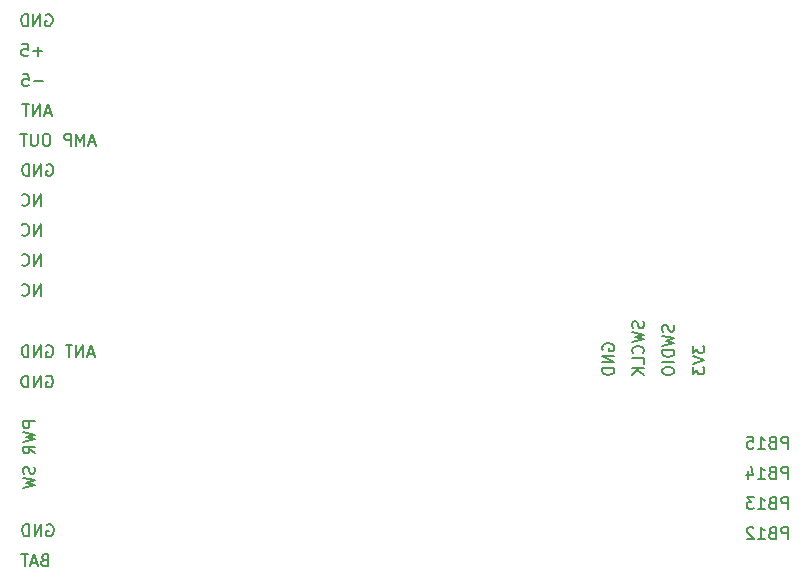
<source format=gbr>
G04 #@! TF.GenerationSoftware,KiCad,Pcbnew,(5.1.4)-1*
G04 #@! TF.CreationDate,2019-12-30T13:26:32-06:00*
G04 #@! TF.ProjectId,digital_pcb,64696769-7461-46c5-9f70-63622e6b6963,rev?*
G04 #@! TF.SameCoordinates,Original*
G04 #@! TF.FileFunction,Legend,Bot*
G04 #@! TF.FilePolarity,Positive*
%FSLAX46Y46*%
G04 Gerber Fmt 4.6, Leading zero omitted, Abs format (unit mm)*
G04 Created by KiCad (PCBNEW (5.1.4)-1) date 2019-12-30 13:26:32*
%MOMM*%
%LPD*%
G04 APERTURE LIST*
%ADD10C,0.150000*%
G04 APERTURE END LIST*
D10*
X185597585Y-92628980D02*
X185597585Y-91628980D01*
X185216633Y-91628980D01*
X185121395Y-91676600D01*
X185073776Y-91724219D01*
X185026157Y-91819457D01*
X185026157Y-91962314D01*
X185073776Y-92057552D01*
X185121395Y-92105171D01*
X185216633Y-92152790D01*
X185597585Y-92152790D01*
X184264252Y-92105171D02*
X184121395Y-92152790D01*
X184073776Y-92200409D01*
X184026157Y-92295647D01*
X184026157Y-92438504D01*
X184073776Y-92533742D01*
X184121395Y-92581361D01*
X184216633Y-92628980D01*
X184597585Y-92628980D01*
X184597585Y-91628980D01*
X184264252Y-91628980D01*
X184169014Y-91676600D01*
X184121395Y-91724219D01*
X184073776Y-91819457D01*
X184073776Y-91914695D01*
X184121395Y-92009933D01*
X184169014Y-92057552D01*
X184264252Y-92105171D01*
X184597585Y-92105171D01*
X183073776Y-92628980D02*
X183645204Y-92628980D01*
X183359490Y-92628980D02*
X183359490Y-91628980D01*
X183454728Y-91771838D01*
X183549966Y-91867076D01*
X183645204Y-91914695D01*
X182169014Y-91628980D02*
X182645204Y-91628980D01*
X182692823Y-92105171D01*
X182645204Y-92057552D01*
X182549966Y-92009933D01*
X182311871Y-92009933D01*
X182216633Y-92057552D01*
X182169014Y-92105171D01*
X182121395Y-92200409D01*
X182121395Y-92438504D01*
X182169014Y-92533742D01*
X182216633Y-92581361D01*
X182311871Y-92628980D01*
X182549966Y-92628980D01*
X182645204Y-92581361D01*
X182692823Y-92533742D01*
X185597585Y-95181680D02*
X185597585Y-94181680D01*
X185216633Y-94181680D01*
X185121395Y-94229300D01*
X185073776Y-94276919D01*
X185026157Y-94372157D01*
X185026157Y-94515014D01*
X185073776Y-94610252D01*
X185121395Y-94657871D01*
X185216633Y-94705490D01*
X185597585Y-94705490D01*
X184264252Y-94657871D02*
X184121395Y-94705490D01*
X184073776Y-94753109D01*
X184026157Y-94848347D01*
X184026157Y-94991204D01*
X184073776Y-95086442D01*
X184121395Y-95134061D01*
X184216633Y-95181680D01*
X184597585Y-95181680D01*
X184597585Y-94181680D01*
X184264252Y-94181680D01*
X184169014Y-94229300D01*
X184121395Y-94276919D01*
X184073776Y-94372157D01*
X184073776Y-94467395D01*
X184121395Y-94562633D01*
X184169014Y-94610252D01*
X184264252Y-94657871D01*
X184597585Y-94657871D01*
X183073776Y-95181680D02*
X183645204Y-95181680D01*
X183359490Y-95181680D02*
X183359490Y-94181680D01*
X183454728Y-94324538D01*
X183549966Y-94419776D01*
X183645204Y-94467395D01*
X182216633Y-94515014D02*
X182216633Y-95181680D01*
X182454728Y-94134061D02*
X182692823Y-94848347D01*
X182073776Y-94848347D01*
X185597585Y-97747080D02*
X185597585Y-96747080D01*
X185216633Y-96747080D01*
X185121395Y-96794700D01*
X185073776Y-96842319D01*
X185026157Y-96937557D01*
X185026157Y-97080414D01*
X185073776Y-97175652D01*
X185121395Y-97223271D01*
X185216633Y-97270890D01*
X185597585Y-97270890D01*
X184264252Y-97223271D02*
X184121395Y-97270890D01*
X184073776Y-97318509D01*
X184026157Y-97413747D01*
X184026157Y-97556604D01*
X184073776Y-97651842D01*
X184121395Y-97699461D01*
X184216633Y-97747080D01*
X184597585Y-97747080D01*
X184597585Y-96747080D01*
X184264252Y-96747080D01*
X184169014Y-96794700D01*
X184121395Y-96842319D01*
X184073776Y-96937557D01*
X184073776Y-97032795D01*
X184121395Y-97128033D01*
X184169014Y-97175652D01*
X184264252Y-97223271D01*
X184597585Y-97223271D01*
X183073776Y-97747080D02*
X183645204Y-97747080D01*
X183359490Y-97747080D02*
X183359490Y-96747080D01*
X183454728Y-96889938D01*
X183549966Y-96985176D01*
X183645204Y-97032795D01*
X182740442Y-96747080D02*
X182121395Y-96747080D01*
X182454728Y-97128033D01*
X182311871Y-97128033D01*
X182216633Y-97175652D01*
X182169014Y-97223271D01*
X182121395Y-97318509D01*
X182121395Y-97556604D01*
X182169014Y-97651842D01*
X182216633Y-97699461D01*
X182311871Y-97747080D01*
X182597585Y-97747080D01*
X182692823Y-97699461D01*
X182740442Y-97651842D01*
X185597585Y-100274380D02*
X185597585Y-99274380D01*
X185216633Y-99274380D01*
X185121395Y-99322000D01*
X185073776Y-99369619D01*
X185026157Y-99464857D01*
X185026157Y-99607714D01*
X185073776Y-99702952D01*
X185121395Y-99750571D01*
X185216633Y-99798190D01*
X185597585Y-99798190D01*
X184264252Y-99750571D02*
X184121395Y-99798190D01*
X184073776Y-99845809D01*
X184026157Y-99941047D01*
X184026157Y-100083904D01*
X184073776Y-100179142D01*
X184121395Y-100226761D01*
X184216633Y-100274380D01*
X184597585Y-100274380D01*
X184597585Y-99274380D01*
X184264252Y-99274380D01*
X184169014Y-99322000D01*
X184121395Y-99369619D01*
X184073776Y-99464857D01*
X184073776Y-99560095D01*
X184121395Y-99655333D01*
X184169014Y-99702952D01*
X184264252Y-99750571D01*
X184597585Y-99750571D01*
X183073776Y-100274380D02*
X183645204Y-100274380D01*
X183359490Y-100274380D02*
X183359490Y-99274380D01*
X183454728Y-99417238D01*
X183549966Y-99512476D01*
X183645204Y-99560095D01*
X182692823Y-99369619D02*
X182645204Y-99322000D01*
X182549966Y-99274380D01*
X182311871Y-99274380D01*
X182216633Y-99322000D01*
X182169014Y-99369619D01*
X182121395Y-99464857D01*
X182121395Y-99560095D01*
X182169014Y-99702952D01*
X182740442Y-100274380D01*
X182121395Y-100274380D01*
X177544480Y-83915404D02*
X177544480Y-84534452D01*
X177925433Y-84201119D01*
X177925433Y-84343976D01*
X177973052Y-84439214D01*
X178020671Y-84486833D01*
X178115909Y-84534452D01*
X178354004Y-84534452D01*
X178449242Y-84486833D01*
X178496861Y-84439214D01*
X178544480Y-84343976D01*
X178544480Y-84058261D01*
X178496861Y-83963023D01*
X178449242Y-83915404D01*
X177544480Y-84820166D02*
X178544480Y-85153500D01*
X177544480Y-85486833D01*
X177544480Y-85724928D02*
X177544480Y-86343976D01*
X177925433Y-86010642D01*
X177925433Y-86153500D01*
X177973052Y-86248738D01*
X178020671Y-86296357D01*
X178115909Y-86343976D01*
X178354004Y-86343976D01*
X178449242Y-86296357D01*
X178496861Y-86248738D01*
X178544480Y-86153500D01*
X178544480Y-85867785D01*
X178496861Y-85772547D01*
X178449242Y-85724928D01*
X175931461Y-82158152D02*
X175979080Y-82301009D01*
X175979080Y-82539104D01*
X175931461Y-82634342D01*
X175883842Y-82681961D01*
X175788604Y-82729580D01*
X175693366Y-82729580D01*
X175598128Y-82681961D01*
X175550509Y-82634342D01*
X175502890Y-82539104D01*
X175455271Y-82348628D01*
X175407652Y-82253390D01*
X175360033Y-82205771D01*
X175264795Y-82158152D01*
X175169557Y-82158152D01*
X175074319Y-82205771D01*
X175026700Y-82253390D01*
X174979080Y-82348628D01*
X174979080Y-82586723D01*
X175026700Y-82729580D01*
X174979080Y-83062914D02*
X175979080Y-83301009D01*
X175264795Y-83491485D01*
X175979080Y-83681961D01*
X174979080Y-83920057D01*
X175979080Y-84301009D02*
X174979080Y-84301009D01*
X174979080Y-84539104D01*
X175026700Y-84681961D01*
X175121938Y-84777200D01*
X175217176Y-84824819D01*
X175407652Y-84872438D01*
X175550509Y-84872438D01*
X175740985Y-84824819D01*
X175836223Y-84777200D01*
X175931461Y-84681961D01*
X175979080Y-84539104D01*
X175979080Y-84301009D01*
X175979080Y-85301009D02*
X174979080Y-85301009D01*
X174979080Y-85967676D02*
X174979080Y-86158152D01*
X175026700Y-86253390D01*
X175121938Y-86348628D01*
X175312414Y-86396247D01*
X175645747Y-86396247D01*
X175836223Y-86348628D01*
X175931461Y-86253390D01*
X175979080Y-86158152D01*
X175979080Y-85967676D01*
X175931461Y-85872438D01*
X175836223Y-85777200D01*
X175645747Y-85729580D01*
X175312414Y-85729580D01*
X175121938Y-85777200D01*
X175026700Y-85872438D01*
X174979080Y-85967676D01*
X173378761Y-81862895D02*
X173426380Y-82005752D01*
X173426380Y-82243847D01*
X173378761Y-82339085D01*
X173331142Y-82386704D01*
X173235904Y-82434323D01*
X173140666Y-82434323D01*
X173045428Y-82386704D01*
X172997809Y-82339085D01*
X172950190Y-82243847D01*
X172902571Y-82053371D01*
X172854952Y-81958133D01*
X172807333Y-81910514D01*
X172712095Y-81862895D01*
X172616857Y-81862895D01*
X172521619Y-81910514D01*
X172474000Y-81958133D01*
X172426380Y-82053371D01*
X172426380Y-82291466D01*
X172474000Y-82434323D01*
X172426380Y-82767657D02*
X173426380Y-83005752D01*
X172712095Y-83196228D01*
X173426380Y-83386704D01*
X172426380Y-83624800D01*
X173331142Y-84577180D02*
X173378761Y-84529561D01*
X173426380Y-84386704D01*
X173426380Y-84291466D01*
X173378761Y-84148609D01*
X173283523Y-84053371D01*
X173188285Y-84005752D01*
X172997809Y-83958133D01*
X172854952Y-83958133D01*
X172664476Y-84005752D01*
X172569238Y-84053371D01*
X172474000Y-84148609D01*
X172426380Y-84291466D01*
X172426380Y-84386704D01*
X172474000Y-84529561D01*
X172521619Y-84577180D01*
X173426380Y-85481942D02*
X173426380Y-85005752D01*
X172426380Y-85005752D01*
X173426380Y-85815276D02*
X172426380Y-85815276D01*
X173426380Y-86386704D02*
X172854952Y-85958133D01*
X172426380Y-86386704D02*
X172997809Y-85815276D01*
X169946700Y-84289995D02*
X169899080Y-84194757D01*
X169899080Y-84051900D01*
X169946700Y-83909042D01*
X170041938Y-83813804D01*
X170137176Y-83766185D01*
X170327652Y-83718566D01*
X170470509Y-83718566D01*
X170660985Y-83766185D01*
X170756223Y-83813804D01*
X170851461Y-83909042D01*
X170899080Y-84051900D01*
X170899080Y-84147138D01*
X170851461Y-84289995D01*
X170803842Y-84337614D01*
X170470509Y-84337614D01*
X170470509Y-84147138D01*
X170899080Y-84766185D02*
X169899080Y-84766185D01*
X170899080Y-85337614D01*
X169899080Y-85337614D01*
X170899080Y-85813804D02*
X169899080Y-85813804D01*
X169899080Y-86051900D01*
X169946700Y-86194757D01*
X170041938Y-86289995D01*
X170137176Y-86337614D01*
X170327652Y-86385233D01*
X170470509Y-86385233D01*
X170660985Y-86337614D01*
X170756223Y-86289995D01*
X170851461Y-86194757D01*
X170899080Y-86051900D01*
X170899080Y-85813804D01*
X121851680Y-90329095D02*
X120851680Y-90329095D01*
X120851680Y-90710047D01*
X120899300Y-90805285D01*
X120946919Y-90852904D01*
X121042157Y-90900523D01*
X121185014Y-90900523D01*
X121280252Y-90852904D01*
X121327871Y-90805285D01*
X121375490Y-90710047D01*
X121375490Y-90329095D01*
X120851680Y-91233857D02*
X121851680Y-91471952D01*
X121137395Y-91662428D01*
X121851680Y-91852904D01*
X120851680Y-92091000D01*
X121851680Y-93043380D02*
X121375490Y-92710047D01*
X121851680Y-92471952D02*
X120851680Y-92471952D01*
X120851680Y-92852904D01*
X120899300Y-92948142D01*
X120946919Y-92995761D01*
X121042157Y-93043380D01*
X121185014Y-93043380D01*
X121280252Y-92995761D01*
X121327871Y-92948142D01*
X121375490Y-92852904D01*
X121375490Y-92471952D01*
X121804061Y-94186238D02*
X121851680Y-94329095D01*
X121851680Y-94567190D01*
X121804061Y-94662428D01*
X121756442Y-94710047D01*
X121661204Y-94757666D01*
X121565966Y-94757666D01*
X121470728Y-94710047D01*
X121423109Y-94662428D01*
X121375490Y-94567190D01*
X121327871Y-94376714D01*
X121280252Y-94281476D01*
X121232633Y-94233857D01*
X121137395Y-94186238D01*
X121042157Y-94186238D01*
X120946919Y-94233857D01*
X120899300Y-94281476D01*
X120851680Y-94376714D01*
X120851680Y-94614809D01*
X120899300Y-94757666D01*
X120851680Y-95091000D02*
X121851680Y-95329095D01*
X121137395Y-95519571D01*
X121851680Y-95710047D01*
X120851680Y-95948142D01*
X122658095Y-102074671D02*
X122515238Y-102122290D01*
X122467619Y-102169909D01*
X122420000Y-102265147D01*
X122420000Y-102408004D01*
X122467619Y-102503242D01*
X122515238Y-102550861D01*
X122610476Y-102598480D01*
X122991428Y-102598480D01*
X122991428Y-101598480D01*
X122658095Y-101598480D01*
X122562857Y-101646100D01*
X122515238Y-101693719D01*
X122467619Y-101788957D01*
X122467619Y-101884195D01*
X122515238Y-101979433D01*
X122562857Y-102027052D01*
X122658095Y-102074671D01*
X122991428Y-102074671D01*
X122039047Y-102312766D02*
X121562857Y-102312766D01*
X122134285Y-102598480D02*
X121800952Y-101598480D01*
X121467619Y-102598480D01*
X121277142Y-101598480D02*
X120705714Y-101598480D01*
X120991428Y-102598480D02*
X120991428Y-101598480D01*
X122885104Y-99093400D02*
X122980342Y-99045780D01*
X123123200Y-99045780D01*
X123266057Y-99093400D01*
X123361295Y-99188638D01*
X123408914Y-99283876D01*
X123456533Y-99474352D01*
X123456533Y-99617209D01*
X123408914Y-99807685D01*
X123361295Y-99902923D01*
X123266057Y-99998161D01*
X123123200Y-100045780D01*
X123027961Y-100045780D01*
X122885104Y-99998161D01*
X122837485Y-99950542D01*
X122837485Y-99617209D01*
X123027961Y-99617209D01*
X122408914Y-100045780D02*
X122408914Y-99045780D01*
X121837485Y-100045780D01*
X121837485Y-99045780D01*
X121361295Y-100045780D02*
X121361295Y-99045780D01*
X121123200Y-99045780D01*
X120980342Y-99093400D01*
X120885104Y-99188638D01*
X120837485Y-99283876D01*
X120789866Y-99474352D01*
X120789866Y-99617209D01*
X120837485Y-99807685D01*
X120885104Y-99902923D01*
X120980342Y-99998161D01*
X121123200Y-100045780D01*
X121361295Y-100045780D01*
X126834519Y-84608966D02*
X126358328Y-84608966D01*
X126929757Y-84894680D02*
X126596423Y-83894680D01*
X126263090Y-84894680D01*
X125929757Y-84894680D02*
X125929757Y-83894680D01*
X125358328Y-84894680D01*
X125358328Y-83894680D01*
X125024995Y-83894680D02*
X124453566Y-83894680D01*
X124739280Y-84894680D02*
X124739280Y-83894680D01*
X122834519Y-83942300D02*
X122929757Y-83894680D01*
X123072614Y-83894680D01*
X123215471Y-83942300D01*
X123310709Y-84037538D01*
X123358328Y-84132776D01*
X123405947Y-84323252D01*
X123405947Y-84466109D01*
X123358328Y-84656585D01*
X123310709Y-84751823D01*
X123215471Y-84847061D01*
X123072614Y-84894680D01*
X122977376Y-84894680D01*
X122834519Y-84847061D01*
X122786900Y-84799442D01*
X122786900Y-84466109D01*
X122977376Y-84466109D01*
X122358328Y-84894680D02*
X122358328Y-83894680D01*
X121786900Y-84894680D01*
X121786900Y-83894680D01*
X121310709Y-84894680D02*
X121310709Y-83894680D01*
X121072614Y-83894680D01*
X120929757Y-83942300D01*
X120834519Y-84037538D01*
X120786900Y-84132776D01*
X120739280Y-84323252D01*
X120739280Y-84466109D01*
X120786900Y-84656585D01*
X120834519Y-84751823D01*
X120929757Y-84847061D01*
X121072614Y-84894680D01*
X121310709Y-84894680D01*
X122821604Y-86495000D02*
X122916842Y-86447380D01*
X123059700Y-86447380D01*
X123202557Y-86495000D01*
X123297795Y-86590238D01*
X123345414Y-86685476D01*
X123393033Y-86875952D01*
X123393033Y-87018809D01*
X123345414Y-87209285D01*
X123297795Y-87304523D01*
X123202557Y-87399761D01*
X123059700Y-87447380D01*
X122964461Y-87447380D01*
X122821604Y-87399761D01*
X122773985Y-87352142D01*
X122773985Y-87018809D01*
X122964461Y-87018809D01*
X122345414Y-87447380D02*
X122345414Y-86447380D01*
X121773985Y-87447380D01*
X121773985Y-86447380D01*
X121297795Y-87447380D02*
X121297795Y-86447380D01*
X121059700Y-86447380D01*
X120916842Y-86495000D01*
X120821604Y-86590238D01*
X120773985Y-86685476D01*
X120726366Y-86875952D01*
X120726366Y-87018809D01*
X120773985Y-87209285D01*
X120821604Y-87304523D01*
X120916842Y-87399761D01*
X121059700Y-87447380D01*
X121297795Y-87447380D01*
X122375514Y-79713080D02*
X122375514Y-78713080D01*
X121804085Y-79713080D01*
X121804085Y-78713080D01*
X120756466Y-79617842D02*
X120804085Y-79665461D01*
X120946942Y-79713080D01*
X121042180Y-79713080D01*
X121185038Y-79665461D01*
X121280276Y-79570223D01*
X121327895Y-79474985D01*
X121375514Y-79284509D01*
X121375514Y-79141652D01*
X121327895Y-78951176D01*
X121280276Y-78855938D01*
X121185038Y-78760700D01*
X121042180Y-78713080D01*
X120946942Y-78713080D01*
X120804085Y-78760700D01*
X120756466Y-78808319D01*
X122375514Y-77173080D02*
X122375514Y-76173080D01*
X121804085Y-77173080D01*
X121804085Y-76173080D01*
X120756466Y-77077842D02*
X120804085Y-77125461D01*
X120946942Y-77173080D01*
X121042180Y-77173080D01*
X121185038Y-77125461D01*
X121280276Y-77030223D01*
X121327895Y-76934985D01*
X121375514Y-76744509D01*
X121375514Y-76601652D01*
X121327895Y-76411176D01*
X121280276Y-76315938D01*
X121185038Y-76220700D01*
X121042180Y-76173080D01*
X120946942Y-76173080D01*
X120804085Y-76220700D01*
X120756466Y-76268319D01*
X122375514Y-74607680D02*
X122375514Y-73607680D01*
X121804085Y-74607680D01*
X121804085Y-73607680D01*
X120756466Y-74512442D02*
X120804085Y-74560061D01*
X120946942Y-74607680D01*
X121042180Y-74607680D01*
X121185038Y-74560061D01*
X121280276Y-74464823D01*
X121327895Y-74369585D01*
X121375514Y-74179109D01*
X121375514Y-74036252D01*
X121327895Y-73845776D01*
X121280276Y-73750538D01*
X121185038Y-73655300D01*
X121042180Y-73607680D01*
X120946942Y-73607680D01*
X120804085Y-73655300D01*
X120756466Y-73702919D01*
X122375514Y-72080380D02*
X122375514Y-71080380D01*
X121804085Y-72080380D01*
X121804085Y-71080380D01*
X120756466Y-71985142D02*
X120804085Y-72032761D01*
X120946942Y-72080380D01*
X121042180Y-72080380D01*
X121185038Y-72032761D01*
X121280276Y-71937523D01*
X121327895Y-71842285D01*
X121375514Y-71651809D01*
X121375514Y-71508952D01*
X121327895Y-71318476D01*
X121280276Y-71223238D01*
X121185038Y-71128000D01*
X121042180Y-71080380D01*
X120946942Y-71080380D01*
X120804085Y-71128000D01*
X120756466Y-71175619D01*
X122859704Y-68588000D02*
X122954942Y-68540380D01*
X123097800Y-68540380D01*
X123240657Y-68588000D01*
X123335895Y-68683238D01*
X123383514Y-68778476D01*
X123431133Y-68968952D01*
X123431133Y-69111809D01*
X123383514Y-69302285D01*
X123335895Y-69397523D01*
X123240657Y-69492761D01*
X123097800Y-69540380D01*
X123002561Y-69540380D01*
X122859704Y-69492761D01*
X122812085Y-69445142D01*
X122812085Y-69111809D01*
X123002561Y-69111809D01*
X122383514Y-69540380D02*
X122383514Y-68540380D01*
X121812085Y-69540380D01*
X121812085Y-68540380D01*
X121335895Y-69540380D02*
X121335895Y-68540380D01*
X121097800Y-68540380D01*
X120954942Y-68588000D01*
X120859704Y-68683238D01*
X120812085Y-68778476D01*
X120764466Y-68968952D01*
X120764466Y-69111809D01*
X120812085Y-69302285D01*
X120859704Y-69397523D01*
X120954942Y-69492761D01*
X121097800Y-69540380D01*
X121335895Y-69540380D01*
X126944047Y-66701966D02*
X126467857Y-66701966D01*
X127039285Y-66987680D02*
X126705952Y-65987680D01*
X126372619Y-66987680D01*
X126039285Y-66987680D02*
X126039285Y-65987680D01*
X125705952Y-66701966D01*
X125372619Y-65987680D01*
X125372619Y-66987680D01*
X124896428Y-66987680D02*
X124896428Y-65987680D01*
X124515476Y-65987680D01*
X124420238Y-66035300D01*
X124372619Y-66082919D01*
X124325000Y-66178157D01*
X124325000Y-66321014D01*
X124372619Y-66416252D01*
X124420238Y-66463871D01*
X124515476Y-66511490D01*
X124896428Y-66511490D01*
X122944047Y-65987680D02*
X122753571Y-65987680D01*
X122658333Y-66035300D01*
X122563095Y-66130538D01*
X122515476Y-66321014D01*
X122515476Y-66654347D01*
X122563095Y-66844823D01*
X122658333Y-66940061D01*
X122753571Y-66987680D01*
X122944047Y-66987680D01*
X123039285Y-66940061D01*
X123134523Y-66844823D01*
X123182142Y-66654347D01*
X123182142Y-66321014D01*
X123134523Y-66130538D01*
X123039285Y-66035300D01*
X122944047Y-65987680D01*
X122086904Y-65987680D02*
X122086904Y-66797204D01*
X122039285Y-66892442D01*
X121991666Y-66940061D01*
X121896428Y-66987680D01*
X121705952Y-66987680D01*
X121610714Y-66940061D01*
X121563095Y-66892442D01*
X121515476Y-66797204D01*
X121515476Y-65987680D01*
X121182142Y-65987680D02*
X120610714Y-65987680D01*
X120896428Y-66987680D02*
X120896428Y-65987680D01*
X123177157Y-64187366D02*
X122700966Y-64187366D01*
X123272395Y-64473080D02*
X122939061Y-63473080D01*
X122605728Y-64473080D01*
X122272395Y-64473080D02*
X122272395Y-63473080D01*
X121700966Y-64473080D01*
X121700966Y-63473080D01*
X121367633Y-63473080D02*
X120796204Y-63473080D01*
X121081919Y-64473080D02*
X121081919Y-63473080D01*
X122535842Y-61552128D02*
X121773938Y-61552128D01*
X120821557Y-60933080D02*
X121297747Y-60933080D01*
X121345366Y-61409271D01*
X121297747Y-61361652D01*
X121202509Y-61314033D01*
X120964414Y-61314033D01*
X120869176Y-61361652D01*
X120821557Y-61409271D01*
X120773938Y-61504509D01*
X120773938Y-61742604D01*
X120821557Y-61837842D01*
X120869176Y-61885461D01*
X120964414Y-61933080D01*
X121202509Y-61933080D01*
X121297747Y-61885461D01*
X121345366Y-61837842D01*
X122485042Y-58999428D02*
X121723138Y-58999428D01*
X122104090Y-59380380D02*
X122104090Y-58618476D01*
X120770757Y-58380380D02*
X121246947Y-58380380D01*
X121294566Y-58856571D01*
X121246947Y-58808952D01*
X121151709Y-58761333D01*
X120913614Y-58761333D01*
X120818376Y-58808952D01*
X120770757Y-58856571D01*
X120723138Y-58951809D01*
X120723138Y-59189904D01*
X120770757Y-59285142D01*
X120818376Y-59332761D01*
X120913614Y-59380380D01*
X121151709Y-59380380D01*
X121246947Y-59332761D01*
X121294566Y-59285142D01*
X122783504Y-55913400D02*
X122878742Y-55865780D01*
X123021600Y-55865780D01*
X123164457Y-55913400D01*
X123259695Y-56008638D01*
X123307314Y-56103876D01*
X123354933Y-56294352D01*
X123354933Y-56437209D01*
X123307314Y-56627685D01*
X123259695Y-56722923D01*
X123164457Y-56818161D01*
X123021600Y-56865780D01*
X122926361Y-56865780D01*
X122783504Y-56818161D01*
X122735885Y-56770542D01*
X122735885Y-56437209D01*
X122926361Y-56437209D01*
X122307314Y-56865780D02*
X122307314Y-55865780D01*
X121735885Y-56865780D01*
X121735885Y-55865780D01*
X121259695Y-56865780D02*
X121259695Y-55865780D01*
X121021600Y-55865780D01*
X120878742Y-55913400D01*
X120783504Y-56008638D01*
X120735885Y-56103876D01*
X120688266Y-56294352D01*
X120688266Y-56437209D01*
X120735885Y-56627685D01*
X120783504Y-56722923D01*
X120878742Y-56818161D01*
X121021600Y-56865780D01*
X121259695Y-56865780D01*
M02*

</source>
